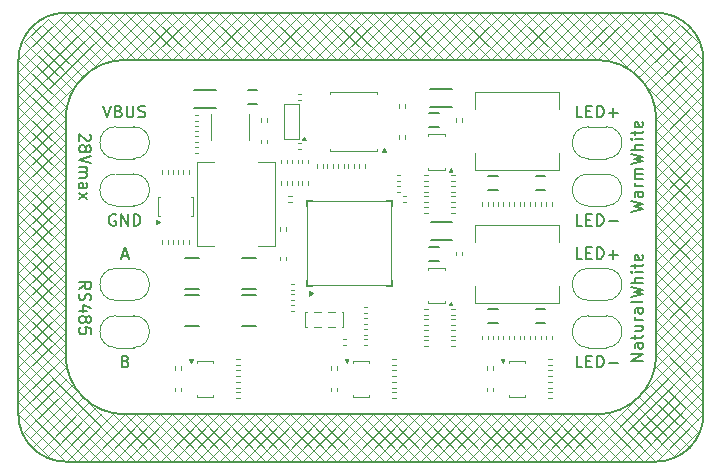
<source format=gbr>
%TF.GenerationSoftware,KiCad,Pcbnew,8.0.1*%
%TF.CreationDate,2024-04-03T15:04:07+02:00*%
%TF.ProjectId,shelfDriver_v1.0,7368656c-6644-4726-9976-65725f76312e,rev?*%
%TF.SameCoordinates,Original*%
%TF.FileFunction,Legend,Top*%
%TF.FilePolarity,Positive*%
%FSLAX46Y46*%
G04 Gerber Fmt 4.6, Leading zero omitted, Abs format (unit mm)*
G04 Created by KiCad (PCBNEW 8.0.1) date 2024-04-03 15:04:07*
%MOMM*%
%LPD*%
G01*
G04 APERTURE LIST*
%ADD10C,0.100000*%
%ADD11C,0.200000*%
%ADD12C,0.120000*%
%ADD13C,0.030000*%
%ADD14C,0.150000*%
G04 APERTURE END LIST*
D10*
X112000000Y-73000000D02*
X116000000Y-77000000D01*
D11*
X115000000Y-109000000D02*
G75*
G02*
X111000000Y-105000000I0J4000000D01*
G01*
D10*
X148000000Y-71000000D02*
X152000000Y-75000000D01*
X127000000Y-71000000D02*
X131000000Y-75000000D01*
X137000000Y-71000000D02*
X141000000Y-75000000D01*
X155000000Y-71000000D02*
X151000000Y-75000000D01*
X164500000Y-102500000D02*
X168500000Y-106500000D01*
X169000000Y-102000000D02*
X162000000Y-109000000D01*
X119000000Y-71000000D02*
X111000000Y-79000000D01*
X111000000Y-94000000D02*
X115000000Y-98000000D01*
X169000000Y-80000000D02*
X165000000Y-84000000D01*
X141000000Y-105000000D02*
X137000000Y-109000000D01*
X137000000Y-105000000D02*
X141000000Y-109000000D01*
X158000000Y-105000000D02*
X154000000Y-109000000D01*
X151000000Y-105000000D02*
X155000000Y-109000000D01*
X147000000Y-105000000D02*
X151000000Y-109000000D01*
X169000000Y-95000000D02*
X165000000Y-99000000D01*
X123000000Y-71000000D02*
X127000000Y-75000000D01*
X168500000Y-73500000D02*
X164500000Y-77500000D01*
X121000000Y-105000000D02*
X125000000Y-109000000D01*
X119000000Y-71000000D02*
X123000000Y-75000000D01*
X161000000Y-71000000D02*
X169000000Y-79000000D01*
X142000000Y-71000000D02*
X146000000Y-75000000D01*
X115000000Y-80000000D02*
X111000000Y-84000000D01*
X111000000Y-97000000D02*
X115000000Y-101000000D01*
X158000000Y-71000000D02*
X169000000Y-82000000D01*
X143000000Y-105000000D02*
X147000000Y-109000000D01*
D11*
X111000000Y-75000000D02*
X111000000Y-105000000D01*
D10*
X111000000Y-90000000D02*
X115000000Y-94000000D01*
X111000000Y-98000000D02*
X122000000Y-109000000D01*
D11*
X120000000Y-75000000D02*
X160000000Y-75000000D01*
D10*
X111000000Y-88000000D02*
X115000000Y-92000000D01*
X156000000Y-71000000D02*
X152000000Y-75000000D01*
X165000000Y-98000000D02*
X169000000Y-102000000D01*
X127000000Y-105000000D02*
X123000000Y-109000000D01*
X111000000Y-93000000D02*
X115000000Y-97000000D01*
X169000000Y-97000000D02*
X165000000Y-101000000D01*
X135000000Y-71000000D02*
X131000000Y-75000000D01*
X118000000Y-105000000D02*
X114500000Y-108500000D01*
X127000000Y-105000000D02*
X131000000Y-109000000D01*
X165000000Y-83000000D02*
X169000000Y-87000000D01*
X136000000Y-105000000D02*
X132000000Y-109000000D01*
X166500000Y-71500000D02*
X162500000Y-75500000D01*
X147000000Y-71000000D02*
X151000000Y-75000000D01*
X150000000Y-71000000D02*
X146000000Y-75000000D01*
X111000000Y-87000000D02*
X115000000Y-91000000D01*
X159000000Y-71000000D02*
X169000000Y-81000000D01*
X143000000Y-71000000D02*
X147000000Y-75000000D01*
X139000000Y-105000000D02*
X135000000Y-109000000D01*
X111000000Y-89000000D02*
X115000000Y-93000000D01*
X149000000Y-71000000D02*
X145000000Y-75000000D01*
X111000000Y-82000000D02*
X115000000Y-86000000D01*
X115000000Y-99000000D02*
X111000000Y-103000000D01*
X165000000Y-95000000D02*
X169000000Y-99000000D01*
X115500000Y-102500000D02*
X111500000Y-106500000D01*
X162000000Y-71000000D02*
X169000000Y-78000000D01*
X140000000Y-71000000D02*
X136000000Y-75000000D01*
X169000000Y-93000000D02*
X165000000Y-97000000D01*
X111000000Y-78000000D02*
X115000000Y-82000000D01*
X152000000Y-105000000D02*
X148000000Y-109000000D01*
X165000000Y-94000000D02*
X169000000Y-98000000D01*
X158000000Y-105000000D02*
X162000000Y-109000000D01*
X115000000Y-100000000D02*
X111000000Y-104000000D01*
X115000000Y-90000000D02*
X111000000Y-94000000D01*
X169000000Y-88000000D02*
X165000000Y-92000000D01*
X149000000Y-105000000D02*
X145000000Y-109000000D01*
X157000000Y-105000000D02*
X153000000Y-109000000D01*
X161000000Y-71000000D02*
X157000000Y-75000000D01*
X165000000Y-71000000D02*
X161000000Y-75000000D01*
X138000000Y-105000000D02*
X142000000Y-109000000D01*
X122000000Y-71000000D02*
X111000000Y-82000000D01*
X169000000Y-83000000D02*
X165000000Y-87000000D01*
X154000000Y-71000000D02*
X158000000Y-75000000D01*
X130000000Y-71000000D02*
X134000000Y-75000000D01*
X120000000Y-71000000D02*
X124000000Y-75000000D01*
X139000000Y-71000000D02*
X143000000Y-75000000D01*
X129000000Y-105000000D02*
X125000000Y-109000000D01*
X169000000Y-82000000D02*
X165000000Y-86000000D01*
X111000000Y-76000000D02*
X115000000Y-80000000D01*
X138000000Y-71000000D02*
X134000000Y-75000000D01*
X145000000Y-105000000D02*
X149000000Y-109000000D01*
D11*
X165000000Y-100000000D02*
G75*
G02*
X160000000Y-105000000I-5000000J0D01*
G01*
D10*
X126000000Y-71000000D02*
X130000000Y-75000000D01*
X169000000Y-91000000D02*
X165000000Y-95000000D01*
X122000000Y-105000000D02*
X118000000Y-109000000D01*
X115000000Y-101000000D02*
X111000000Y-105000000D01*
X165000000Y-80000000D02*
X169000000Y-84000000D01*
X132000000Y-105000000D02*
X136000000Y-109000000D01*
X147000000Y-105000000D02*
X143000000Y-109000000D01*
X117000000Y-71000000D02*
X121000000Y-75000000D01*
X129000000Y-71000000D02*
X133000000Y-75000000D01*
X133000000Y-71000000D02*
X129000000Y-75000000D01*
X128000000Y-105000000D02*
X124000000Y-109000000D01*
X165500000Y-71500000D02*
X162000000Y-75000000D01*
X168500000Y-106500000D02*
X166500000Y-108500000D01*
X151000000Y-105000000D02*
X147000000Y-109000000D01*
X134000000Y-71000000D02*
X138000000Y-75000000D01*
X125000000Y-71000000D02*
X121000000Y-75000000D01*
X162500000Y-104500000D02*
X166500000Y-108500000D01*
X168500000Y-74500000D02*
X165000000Y-78000000D01*
X169000000Y-86000000D02*
X165000000Y-90000000D01*
X169000000Y-105000000D02*
X165000000Y-109000000D01*
X116000000Y-103000000D02*
X112000000Y-107000000D01*
X165000000Y-89000000D02*
X169000000Y-93000000D01*
X111500000Y-74500000D02*
X115000000Y-78000000D01*
X155000000Y-105000000D02*
X151000000Y-109000000D01*
X169000000Y-98000000D02*
X158000000Y-109000000D01*
X116000000Y-71000000D02*
X111000000Y-76000000D01*
X111000000Y-95000000D02*
X115000000Y-99000000D01*
X169000000Y-101000000D02*
X161000000Y-109000000D01*
X165000000Y-100000000D02*
X169000000Y-104000000D01*
X149000000Y-105000000D02*
X153000000Y-109000000D01*
X145000000Y-105000000D02*
X141000000Y-109000000D01*
X140000000Y-105000000D02*
X136000000Y-109000000D01*
X156000000Y-105000000D02*
X152000000Y-109000000D01*
X139000000Y-71000000D02*
X135000000Y-75000000D01*
X169000000Y-100000000D02*
X160000000Y-109000000D01*
X115000000Y-87000000D02*
X111000000Y-91000000D01*
X169000000Y-77000000D02*
X165000000Y-81000000D01*
D11*
X165000000Y-100000000D02*
X165000000Y-80000000D01*
D10*
X117000000Y-104000000D02*
X113000000Y-108000000D01*
X165000000Y-102000000D02*
X168500000Y-105500000D01*
D11*
X120000000Y-105000000D02*
G75*
G02*
X115000000Y-100000000I0J5000000D01*
G01*
D10*
X135000000Y-105000000D02*
X131000000Y-109000000D01*
D11*
X160000000Y-75000000D02*
G75*
G02*
X165000000Y-80000000I0J-5000000D01*
G01*
D10*
X117500000Y-104500000D02*
X113500000Y-108500000D01*
X111000000Y-102000000D02*
X118000000Y-109000000D01*
X111000000Y-103000000D02*
X117000000Y-109000000D01*
X145000000Y-71000000D02*
X149000000Y-75000000D01*
X111000000Y-104000000D02*
X116000000Y-109000000D01*
X125000000Y-71000000D02*
X129000000Y-75000000D01*
X115000000Y-81000000D02*
X111000000Y-85000000D01*
X165000000Y-84000000D02*
X169000000Y-88000000D01*
X146000000Y-71000000D02*
X142000000Y-75000000D01*
X165000000Y-80000000D02*
X165000000Y-100000000D01*
X118000000Y-71000000D02*
X122000000Y-75000000D01*
X154000000Y-71000000D02*
X150000000Y-75000000D01*
X120000000Y-105000000D02*
X124000000Y-109000000D01*
X165000000Y-79000000D02*
X169000000Y-83000000D01*
X111500000Y-73500000D02*
X115500000Y-77500000D01*
X144000000Y-105000000D02*
X140000000Y-109000000D01*
X127000000Y-71000000D02*
X123000000Y-75000000D01*
X157000000Y-105000000D02*
X161000000Y-109000000D01*
X169000000Y-89000000D02*
X165000000Y-93000000D01*
X150000000Y-105000000D02*
X146000000Y-109000000D01*
X140000000Y-105000000D02*
X144000000Y-109000000D01*
X135000000Y-105000000D02*
X139000000Y-109000000D01*
X136000000Y-105000000D02*
X140000000Y-109000000D01*
X131000000Y-71000000D02*
X135000000Y-75000000D01*
X147000000Y-71000000D02*
X143000000Y-75000000D01*
X111000000Y-100000000D02*
X120000000Y-109000000D01*
X163000000Y-71000000D02*
X169000000Y-77000000D01*
X133000000Y-105000000D02*
X137000000Y-109000000D01*
X115000000Y-89000000D02*
X111000000Y-93000000D01*
X111000000Y-101000000D02*
X119000000Y-109000000D01*
D11*
X115000000Y-80000000D02*
G75*
G02*
X120000000Y-75000000I5000000J0D01*
G01*
D10*
X154000000Y-105000000D02*
X158000000Y-109000000D01*
X117000000Y-71000000D02*
X111000000Y-77000000D01*
X145000000Y-71000000D02*
X141000000Y-75000000D01*
X138000000Y-105000000D02*
X134000000Y-109000000D01*
X135000000Y-71000000D02*
X139000000Y-75000000D01*
X140000000Y-71000000D02*
X144000000Y-75000000D01*
X131000000Y-105000000D02*
X135000000Y-109000000D01*
X153000000Y-105000000D02*
X149000000Y-109000000D01*
X126000000Y-71000000D02*
X122000000Y-75000000D01*
X160000000Y-71000000D02*
X156000000Y-75000000D01*
X149000000Y-71000000D02*
X153000000Y-75000000D01*
X134000000Y-105000000D02*
X130000000Y-109000000D01*
X115000000Y-82000000D02*
X111000000Y-86000000D01*
X160000000Y-71000000D02*
X169000000Y-80000000D01*
X111000000Y-77000000D02*
X115000000Y-81000000D01*
X113000000Y-72000000D02*
X117000000Y-76000000D01*
X152000000Y-71000000D02*
X156000000Y-75000000D01*
X169000000Y-81000000D02*
X165000000Y-85000000D01*
X132000000Y-105000000D02*
X128000000Y-109000000D01*
X111500000Y-106500000D02*
X113500000Y-108500000D01*
X111000000Y-81000000D02*
X115000000Y-85000000D01*
X165000000Y-90000000D02*
X169000000Y-94000000D01*
X169000000Y-104000000D02*
X164000000Y-109000000D01*
X165000000Y-87000000D02*
X169000000Y-91000000D01*
X136000000Y-71000000D02*
X132000000Y-75000000D01*
X169000000Y-78000000D02*
X165000000Y-82000000D01*
X115000000Y-83000000D02*
X111000000Y-87000000D01*
X169000000Y-92000000D02*
X165000000Y-96000000D01*
X130000000Y-105000000D02*
X134000000Y-109000000D01*
X134000000Y-105000000D02*
X138000000Y-109000000D01*
X143000000Y-71000000D02*
X139000000Y-75000000D01*
D11*
X115000000Y-109000000D02*
X165000000Y-109000000D01*
D10*
X169000000Y-75000000D02*
X165000000Y-79000000D01*
X129000000Y-105000000D02*
X133000000Y-109000000D01*
X111000000Y-96000000D02*
X115000000Y-100000000D01*
X165000000Y-86000000D02*
X169000000Y-90000000D01*
X139000000Y-105000000D02*
X143000000Y-109000000D01*
X130000000Y-105000000D02*
X126000000Y-109000000D01*
X111000000Y-80000000D02*
X115000000Y-84000000D01*
X125000000Y-105000000D02*
X129000000Y-109000000D01*
X142000000Y-71000000D02*
X138000000Y-75000000D01*
X112171573Y-72171573D02*
X116464466Y-76464466D01*
X164000000Y-103000000D02*
X168000000Y-107000000D01*
X115000000Y-95000000D02*
X111000000Y-99000000D01*
X131000000Y-105000000D02*
X127000000Y-109000000D01*
X115000000Y-85000000D02*
X111000000Y-89000000D01*
D11*
X169000000Y-75000000D02*
X169000000Y-105000000D01*
D10*
X146000000Y-105000000D02*
X150000000Y-109000000D01*
X161000000Y-105000000D02*
X157000000Y-109000000D01*
X150000000Y-105000000D02*
X154000000Y-109000000D01*
X164000000Y-71000000D02*
X169000000Y-76000000D01*
X120000000Y-105000000D02*
G75*
G02*
X115000000Y-100000000I0J5000000D01*
G01*
X154000000Y-105000000D02*
X150000000Y-109000000D01*
X163000000Y-104000000D02*
X167000000Y-108000000D01*
X115000000Y-97000000D02*
X111000000Y-101000000D01*
X115000000Y-93000000D02*
X111000000Y-97000000D01*
X151000000Y-71000000D02*
X147000000Y-75000000D01*
X163535534Y-103535534D02*
X167828427Y-107828427D01*
X111000000Y-79000000D02*
X115000000Y-83000000D01*
X111000000Y-84000000D02*
X115000000Y-88000000D01*
X161000000Y-105000000D02*
X165000000Y-109000000D01*
X116464466Y-103535534D02*
X112171573Y-107828427D01*
X165000000Y-91000000D02*
X169000000Y-95000000D01*
X115000000Y-79000000D02*
X111000000Y-83000000D01*
X144000000Y-71000000D02*
X140000000Y-75000000D01*
X132000000Y-71000000D02*
X136000000Y-75000000D01*
X168000000Y-73000000D02*
X164000000Y-77000000D01*
X115000000Y-94000000D02*
X111000000Y-98000000D01*
X128000000Y-71000000D02*
X132000000Y-75000000D01*
X111000000Y-83000000D02*
X115000000Y-87000000D01*
X165000000Y-96000000D02*
X169000000Y-100000000D01*
X115000000Y-92000000D02*
X111000000Y-96000000D01*
X146000000Y-71000000D02*
X150000000Y-75000000D01*
X153000000Y-71000000D02*
X157000000Y-75000000D01*
X165000000Y-92000000D02*
X169000000Y-96000000D01*
X148000000Y-105000000D02*
X144000000Y-109000000D01*
X157000000Y-71000000D02*
X161000000Y-75000000D01*
X144000000Y-105000000D02*
X148000000Y-109000000D01*
X115000000Y-96000000D02*
X111000000Y-100000000D01*
X125000000Y-105000000D02*
X121000000Y-109000000D01*
X165000000Y-82000000D02*
X169000000Y-86000000D01*
X115000000Y-102000000D02*
X111500000Y-105500000D01*
X163000000Y-71000000D02*
X159000000Y-75000000D01*
X119000000Y-105000000D02*
X123000000Y-109000000D01*
D11*
X115000000Y-100000000D02*
X115000000Y-80000000D01*
X169000000Y-105000000D02*
G75*
G02*
X165000000Y-109000000I-4000000J0D01*
G01*
D10*
X165000000Y-97000000D02*
X169000000Y-101000000D01*
X131000000Y-71000000D02*
X127000000Y-75000000D01*
X137000000Y-71000000D02*
X133000000Y-75000000D01*
X143000000Y-105000000D02*
X139000000Y-109000000D01*
X124000000Y-71000000D02*
X120000000Y-75000000D01*
X122000000Y-105000000D02*
X126000000Y-109000000D01*
X156000000Y-71000000D02*
X160000000Y-75000000D01*
X160000000Y-105000000D02*
X156000000Y-109000000D01*
X165000000Y-101000000D02*
X169000000Y-105000000D01*
X118000000Y-71000000D02*
X111000000Y-78000000D01*
D11*
X165000000Y-71000000D02*
G75*
G02*
X169000000Y-75000000I0J-4000000D01*
G01*
D10*
X111000000Y-75000000D02*
X115000000Y-79000000D01*
X144000000Y-71000000D02*
X148000000Y-75000000D01*
X115000000Y-88000000D02*
X111000000Y-92000000D01*
X119000000Y-105000000D02*
X115000000Y-109000000D01*
X153000000Y-105000000D02*
X157000000Y-109000000D01*
X158000000Y-71000000D02*
X154000000Y-75000000D01*
X115000000Y-98000000D02*
X111000000Y-102000000D01*
X141000000Y-71000000D02*
X145000000Y-75000000D01*
X156000000Y-105000000D02*
X160000000Y-109000000D01*
X141000000Y-105000000D02*
X145000000Y-109000000D01*
X167000000Y-72000000D02*
X163000000Y-76000000D01*
X169000000Y-99000000D02*
X159000000Y-109000000D01*
X136000000Y-71000000D02*
X140000000Y-75000000D01*
X114500000Y-71500000D02*
X118000000Y-75000000D01*
X169000000Y-84000000D02*
X165000000Y-88000000D01*
X111000000Y-86000000D02*
X115000000Y-90000000D01*
X115000000Y-84000000D02*
X111000000Y-88000000D01*
X130000000Y-71000000D02*
X126000000Y-75000000D01*
X120000000Y-105000000D02*
X116000000Y-109000000D01*
X115000000Y-86000000D02*
X111000000Y-90000000D01*
X111000000Y-105000000D02*
X115000000Y-109000000D01*
X146000000Y-105000000D02*
X142000000Y-109000000D01*
X128000000Y-105000000D02*
X132000000Y-109000000D01*
X121000000Y-105000000D02*
X117000000Y-109000000D01*
X148000000Y-71000000D02*
X144000000Y-75000000D01*
X159000000Y-71000000D02*
X155000000Y-75000000D01*
X115000000Y-71000000D02*
X111000000Y-75000000D01*
X152000000Y-105000000D02*
X156000000Y-109000000D01*
X162000000Y-105000000D02*
X165500000Y-108500000D01*
X123000000Y-105000000D02*
X127000000Y-109000000D01*
X115000000Y-91000000D02*
X111000000Y-95000000D01*
X132000000Y-71000000D02*
X128000000Y-75000000D01*
X152000000Y-71000000D02*
X148000000Y-75000000D01*
X169000000Y-103000000D02*
X163000000Y-109000000D01*
X169000000Y-87000000D02*
X165000000Y-91000000D01*
X113500000Y-71500000D02*
X111500000Y-73500000D01*
X169000000Y-76000000D02*
X165000000Y-80000000D01*
X150000000Y-71000000D02*
X154000000Y-75000000D01*
X116000000Y-71000000D02*
X120000000Y-75000000D01*
X155000000Y-71000000D02*
X159000000Y-75000000D01*
X159000000Y-105000000D02*
X163000000Y-109000000D01*
D11*
X160000000Y-105000000D02*
X120000000Y-105000000D01*
D10*
X165000000Y-85000000D02*
X169000000Y-89000000D01*
X165000000Y-99000000D02*
X169000000Y-103000000D01*
X129000000Y-71000000D02*
X125000000Y-75000000D01*
X142000000Y-105000000D02*
X138000000Y-109000000D01*
X115000000Y-71000000D02*
X119000000Y-75000000D01*
X123000000Y-105000000D02*
X119000000Y-109000000D01*
X121000000Y-71000000D02*
X111000000Y-81000000D01*
X169000000Y-94000000D02*
X165000000Y-98000000D01*
X124000000Y-105000000D02*
X128000000Y-109000000D01*
X166500000Y-71500000D02*
X168500000Y-73500000D01*
X153000000Y-71000000D02*
X149000000Y-75000000D01*
X111000000Y-91000000D02*
X115000000Y-95000000D01*
X162000000Y-71000000D02*
X158000000Y-75000000D01*
X134000000Y-71000000D02*
X130000000Y-75000000D01*
X124000000Y-105000000D02*
X120000000Y-109000000D01*
X159000000Y-105000000D02*
X155000000Y-109000000D01*
X124000000Y-71000000D02*
X128000000Y-75000000D01*
X138000000Y-71000000D02*
X142000000Y-75000000D01*
X165000000Y-81000000D02*
X169000000Y-85000000D01*
X148000000Y-105000000D02*
X152000000Y-109000000D01*
X137000000Y-105000000D02*
X133000000Y-109000000D01*
X120000000Y-71000000D02*
X111000000Y-80000000D01*
X169000000Y-79000000D02*
X165000000Y-83000000D01*
X133000000Y-105000000D02*
X129000000Y-109000000D01*
X133000000Y-71000000D02*
X137000000Y-75000000D01*
X165000000Y-71000000D02*
X169000000Y-75000000D01*
X169000000Y-90000000D02*
X165000000Y-94000000D01*
X157000000Y-71000000D02*
X153000000Y-75000000D01*
X164000000Y-71000000D02*
X160000000Y-75000000D01*
X111000000Y-85000000D02*
X115000000Y-89000000D01*
X141000000Y-71000000D02*
X137000000Y-75000000D01*
X126000000Y-105000000D02*
X122000000Y-109000000D01*
X165000000Y-88000000D02*
X169000000Y-92000000D01*
X122000000Y-71000000D02*
X126000000Y-75000000D01*
X151000000Y-71000000D02*
X155000000Y-75000000D01*
D11*
X111000000Y-75000000D02*
G75*
G02*
X115000000Y-71000000I4000000J0D01*
G01*
D10*
X142000000Y-105000000D02*
X146000000Y-109000000D01*
X111000000Y-92000000D02*
X115000000Y-96000000D01*
D11*
X165000000Y-71000000D02*
X115000000Y-71000000D01*
D10*
X169000000Y-85000000D02*
X165000000Y-89000000D01*
X128000000Y-71000000D02*
X124000000Y-75000000D01*
X126000000Y-105000000D02*
X130000000Y-109000000D01*
X160000000Y-105000000D02*
X164000000Y-109000000D01*
X113500000Y-71500000D02*
X117500000Y-75500000D01*
X121000000Y-71000000D02*
X125000000Y-75000000D01*
X123000000Y-71000000D02*
X119000000Y-75000000D01*
X169000000Y-96000000D02*
X165000000Y-100000000D01*
X155000000Y-105000000D02*
X159000000Y-109000000D01*
X165000000Y-93000000D02*
X169000000Y-97000000D01*
X167828427Y-72171573D02*
X163535534Y-76464466D01*
X111000000Y-99000000D02*
X121000000Y-109000000D01*
D11*
X118166667Y-78867219D02*
X118500000Y-79867219D01*
X118500000Y-79867219D02*
X118833333Y-78867219D01*
X119500000Y-79343409D02*
X119642857Y-79391028D01*
X119642857Y-79391028D02*
X119690476Y-79438647D01*
X119690476Y-79438647D02*
X119738095Y-79533885D01*
X119738095Y-79533885D02*
X119738095Y-79676742D01*
X119738095Y-79676742D02*
X119690476Y-79771980D01*
X119690476Y-79771980D02*
X119642857Y-79819600D01*
X119642857Y-79819600D02*
X119547619Y-79867219D01*
X119547619Y-79867219D02*
X119166667Y-79867219D01*
X119166667Y-79867219D02*
X119166667Y-78867219D01*
X119166667Y-78867219D02*
X119500000Y-78867219D01*
X119500000Y-78867219D02*
X119595238Y-78914838D01*
X119595238Y-78914838D02*
X119642857Y-78962457D01*
X119642857Y-78962457D02*
X119690476Y-79057695D01*
X119690476Y-79057695D02*
X119690476Y-79152933D01*
X119690476Y-79152933D02*
X119642857Y-79248171D01*
X119642857Y-79248171D02*
X119595238Y-79295790D01*
X119595238Y-79295790D02*
X119500000Y-79343409D01*
X119500000Y-79343409D02*
X119166667Y-79343409D01*
X120166667Y-78867219D02*
X120166667Y-79676742D01*
X120166667Y-79676742D02*
X120214286Y-79771980D01*
X120214286Y-79771980D02*
X120261905Y-79819600D01*
X120261905Y-79819600D02*
X120357143Y-79867219D01*
X120357143Y-79867219D02*
X120547619Y-79867219D01*
X120547619Y-79867219D02*
X120642857Y-79819600D01*
X120642857Y-79819600D02*
X120690476Y-79771980D01*
X120690476Y-79771980D02*
X120738095Y-79676742D01*
X120738095Y-79676742D02*
X120738095Y-78867219D01*
X121166667Y-79819600D02*
X121309524Y-79867219D01*
X121309524Y-79867219D02*
X121547619Y-79867219D01*
X121547619Y-79867219D02*
X121642857Y-79819600D01*
X121642857Y-79819600D02*
X121690476Y-79771980D01*
X121690476Y-79771980D02*
X121738095Y-79676742D01*
X121738095Y-79676742D02*
X121738095Y-79581504D01*
X121738095Y-79581504D02*
X121690476Y-79486266D01*
X121690476Y-79486266D02*
X121642857Y-79438647D01*
X121642857Y-79438647D02*
X121547619Y-79391028D01*
X121547619Y-79391028D02*
X121357143Y-79343409D01*
X121357143Y-79343409D02*
X121261905Y-79295790D01*
X121261905Y-79295790D02*
X121214286Y-79248171D01*
X121214286Y-79248171D02*
X121166667Y-79152933D01*
X121166667Y-79152933D02*
X121166667Y-79057695D01*
X121166667Y-79057695D02*
X121214286Y-78962457D01*
X121214286Y-78962457D02*
X121261905Y-78914838D01*
X121261905Y-78914838D02*
X121357143Y-78867219D01*
X121357143Y-78867219D02*
X121595238Y-78867219D01*
X121595238Y-78867219D02*
X121738095Y-78914838D01*
X119761905Y-91581504D02*
X120238095Y-91581504D01*
X119666667Y-91867219D02*
X120000000Y-90867219D01*
X120000000Y-90867219D02*
X120333333Y-91867219D01*
X158738095Y-79867219D02*
X158261905Y-79867219D01*
X158261905Y-79867219D02*
X158261905Y-78867219D01*
X159071429Y-79343409D02*
X159404762Y-79343409D01*
X159547619Y-79867219D02*
X159071429Y-79867219D01*
X159071429Y-79867219D02*
X159071429Y-78867219D01*
X159071429Y-78867219D02*
X159547619Y-78867219D01*
X159976191Y-79867219D02*
X159976191Y-78867219D01*
X159976191Y-78867219D02*
X160214286Y-78867219D01*
X160214286Y-78867219D02*
X160357143Y-78914838D01*
X160357143Y-78914838D02*
X160452381Y-79010076D01*
X160452381Y-79010076D02*
X160500000Y-79105314D01*
X160500000Y-79105314D02*
X160547619Y-79295790D01*
X160547619Y-79295790D02*
X160547619Y-79438647D01*
X160547619Y-79438647D02*
X160500000Y-79629123D01*
X160500000Y-79629123D02*
X160452381Y-79724361D01*
X160452381Y-79724361D02*
X160357143Y-79819600D01*
X160357143Y-79819600D02*
X160214286Y-79867219D01*
X160214286Y-79867219D02*
X159976191Y-79867219D01*
X160976191Y-79486266D02*
X161738096Y-79486266D01*
X161357143Y-79867219D02*
X161357143Y-79105314D01*
X158738095Y-91867219D02*
X158261905Y-91867219D01*
X158261905Y-91867219D02*
X158261905Y-90867219D01*
X159071429Y-91343409D02*
X159404762Y-91343409D01*
X159547619Y-91867219D02*
X159071429Y-91867219D01*
X159071429Y-91867219D02*
X159071429Y-90867219D01*
X159071429Y-90867219D02*
X159547619Y-90867219D01*
X159976191Y-91867219D02*
X159976191Y-90867219D01*
X159976191Y-90867219D02*
X160214286Y-90867219D01*
X160214286Y-90867219D02*
X160357143Y-90914838D01*
X160357143Y-90914838D02*
X160452381Y-91010076D01*
X160452381Y-91010076D02*
X160500000Y-91105314D01*
X160500000Y-91105314D02*
X160547619Y-91295790D01*
X160547619Y-91295790D02*
X160547619Y-91438647D01*
X160547619Y-91438647D02*
X160500000Y-91629123D01*
X160500000Y-91629123D02*
X160452381Y-91724361D01*
X160452381Y-91724361D02*
X160357143Y-91819600D01*
X160357143Y-91819600D02*
X160214286Y-91867219D01*
X160214286Y-91867219D02*
X159976191Y-91867219D01*
X160976191Y-91486266D02*
X161738096Y-91486266D01*
X161357143Y-91867219D02*
X161357143Y-91105314D01*
X162867219Y-87833332D02*
X163867219Y-87595237D01*
X163867219Y-87595237D02*
X163152933Y-87404761D01*
X163152933Y-87404761D02*
X163867219Y-87214285D01*
X163867219Y-87214285D02*
X162867219Y-86976190D01*
X163867219Y-86166666D02*
X163343409Y-86166666D01*
X163343409Y-86166666D02*
X163248171Y-86214285D01*
X163248171Y-86214285D02*
X163200552Y-86309523D01*
X163200552Y-86309523D02*
X163200552Y-86499999D01*
X163200552Y-86499999D02*
X163248171Y-86595237D01*
X163819600Y-86166666D02*
X163867219Y-86261904D01*
X163867219Y-86261904D02*
X163867219Y-86499999D01*
X163867219Y-86499999D02*
X163819600Y-86595237D01*
X163819600Y-86595237D02*
X163724361Y-86642856D01*
X163724361Y-86642856D02*
X163629123Y-86642856D01*
X163629123Y-86642856D02*
X163533885Y-86595237D01*
X163533885Y-86595237D02*
X163486266Y-86499999D01*
X163486266Y-86499999D02*
X163486266Y-86261904D01*
X163486266Y-86261904D02*
X163438647Y-86166666D01*
X163867219Y-85690475D02*
X163200552Y-85690475D01*
X163391028Y-85690475D02*
X163295790Y-85642856D01*
X163295790Y-85642856D02*
X163248171Y-85595237D01*
X163248171Y-85595237D02*
X163200552Y-85499999D01*
X163200552Y-85499999D02*
X163200552Y-85404761D01*
X163867219Y-85071427D02*
X163200552Y-85071427D01*
X163295790Y-85071427D02*
X163248171Y-85023808D01*
X163248171Y-85023808D02*
X163200552Y-84928570D01*
X163200552Y-84928570D02*
X163200552Y-84785713D01*
X163200552Y-84785713D02*
X163248171Y-84690475D01*
X163248171Y-84690475D02*
X163343409Y-84642856D01*
X163343409Y-84642856D02*
X163867219Y-84642856D01*
X163343409Y-84642856D02*
X163248171Y-84595237D01*
X163248171Y-84595237D02*
X163200552Y-84499999D01*
X163200552Y-84499999D02*
X163200552Y-84357142D01*
X163200552Y-84357142D02*
X163248171Y-84261903D01*
X163248171Y-84261903D02*
X163343409Y-84214284D01*
X163343409Y-84214284D02*
X163867219Y-84214284D01*
X162867219Y-83833332D02*
X163867219Y-83595237D01*
X163867219Y-83595237D02*
X163152933Y-83404761D01*
X163152933Y-83404761D02*
X163867219Y-83214285D01*
X163867219Y-83214285D02*
X162867219Y-82976190D01*
X163867219Y-82595237D02*
X162867219Y-82595237D01*
X163867219Y-82166666D02*
X163343409Y-82166666D01*
X163343409Y-82166666D02*
X163248171Y-82214285D01*
X163248171Y-82214285D02*
X163200552Y-82309523D01*
X163200552Y-82309523D02*
X163200552Y-82452380D01*
X163200552Y-82452380D02*
X163248171Y-82547618D01*
X163248171Y-82547618D02*
X163295790Y-82595237D01*
X163867219Y-81690475D02*
X163200552Y-81690475D01*
X162867219Y-81690475D02*
X162914838Y-81738094D01*
X162914838Y-81738094D02*
X162962457Y-81690475D01*
X162962457Y-81690475D02*
X162914838Y-81642856D01*
X162914838Y-81642856D02*
X162867219Y-81690475D01*
X162867219Y-81690475D02*
X162962457Y-81690475D01*
X163200552Y-81357142D02*
X163200552Y-80976190D01*
X162867219Y-81214285D02*
X163724361Y-81214285D01*
X163724361Y-81214285D02*
X163819600Y-81166666D01*
X163819600Y-81166666D02*
X163867219Y-81071428D01*
X163867219Y-81071428D02*
X163867219Y-80976190D01*
X163819600Y-80261904D02*
X163867219Y-80357142D01*
X163867219Y-80357142D02*
X163867219Y-80547618D01*
X163867219Y-80547618D02*
X163819600Y-80642856D01*
X163819600Y-80642856D02*
X163724361Y-80690475D01*
X163724361Y-80690475D02*
X163343409Y-80690475D01*
X163343409Y-80690475D02*
X163248171Y-80642856D01*
X163248171Y-80642856D02*
X163200552Y-80547618D01*
X163200552Y-80547618D02*
X163200552Y-80357142D01*
X163200552Y-80357142D02*
X163248171Y-80261904D01*
X163248171Y-80261904D02*
X163343409Y-80214285D01*
X163343409Y-80214285D02*
X163438647Y-80214285D01*
X163438647Y-80214285D02*
X163533885Y-80690475D01*
X163867219Y-100476190D02*
X162867219Y-100476190D01*
X162867219Y-100476190D02*
X163867219Y-99904762D01*
X163867219Y-99904762D02*
X162867219Y-99904762D01*
X163867219Y-99000000D02*
X163343409Y-99000000D01*
X163343409Y-99000000D02*
X163248171Y-99047619D01*
X163248171Y-99047619D02*
X163200552Y-99142857D01*
X163200552Y-99142857D02*
X163200552Y-99333333D01*
X163200552Y-99333333D02*
X163248171Y-99428571D01*
X163819600Y-99000000D02*
X163867219Y-99095238D01*
X163867219Y-99095238D02*
X163867219Y-99333333D01*
X163867219Y-99333333D02*
X163819600Y-99428571D01*
X163819600Y-99428571D02*
X163724361Y-99476190D01*
X163724361Y-99476190D02*
X163629123Y-99476190D01*
X163629123Y-99476190D02*
X163533885Y-99428571D01*
X163533885Y-99428571D02*
X163486266Y-99333333D01*
X163486266Y-99333333D02*
X163486266Y-99095238D01*
X163486266Y-99095238D02*
X163438647Y-99000000D01*
X163200552Y-98666666D02*
X163200552Y-98285714D01*
X162867219Y-98523809D02*
X163724361Y-98523809D01*
X163724361Y-98523809D02*
X163819600Y-98476190D01*
X163819600Y-98476190D02*
X163867219Y-98380952D01*
X163867219Y-98380952D02*
X163867219Y-98285714D01*
X163200552Y-97523809D02*
X163867219Y-97523809D01*
X163200552Y-97952380D02*
X163724361Y-97952380D01*
X163724361Y-97952380D02*
X163819600Y-97904761D01*
X163819600Y-97904761D02*
X163867219Y-97809523D01*
X163867219Y-97809523D02*
X163867219Y-97666666D01*
X163867219Y-97666666D02*
X163819600Y-97571428D01*
X163819600Y-97571428D02*
X163771980Y-97523809D01*
X163867219Y-97047618D02*
X163200552Y-97047618D01*
X163391028Y-97047618D02*
X163295790Y-96999999D01*
X163295790Y-96999999D02*
X163248171Y-96952380D01*
X163248171Y-96952380D02*
X163200552Y-96857142D01*
X163200552Y-96857142D02*
X163200552Y-96761904D01*
X163867219Y-95999999D02*
X163343409Y-95999999D01*
X163343409Y-95999999D02*
X163248171Y-96047618D01*
X163248171Y-96047618D02*
X163200552Y-96142856D01*
X163200552Y-96142856D02*
X163200552Y-96333332D01*
X163200552Y-96333332D02*
X163248171Y-96428570D01*
X163819600Y-95999999D02*
X163867219Y-96095237D01*
X163867219Y-96095237D02*
X163867219Y-96333332D01*
X163867219Y-96333332D02*
X163819600Y-96428570D01*
X163819600Y-96428570D02*
X163724361Y-96476189D01*
X163724361Y-96476189D02*
X163629123Y-96476189D01*
X163629123Y-96476189D02*
X163533885Y-96428570D01*
X163533885Y-96428570D02*
X163486266Y-96333332D01*
X163486266Y-96333332D02*
X163486266Y-96095237D01*
X163486266Y-96095237D02*
X163438647Y-95999999D01*
X163867219Y-95380951D02*
X163819600Y-95476189D01*
X163819600Y-95476189D02*
X163724361Y-95523808D01*
X163724361Y-95523808D02*
X162867219Y-95523808D01*
X162867219Y-95095236D02*
X163867219Y-94857141D01*
X163867219Y-94857141D02*
X163152933Y-94666665D01*
X163152933Y-94666665D02*
X163867219Y-94476189D01*
X163867219Y-94476189D02*
X162867219Y-94238094D01*
X163867219Y-93857141D02*
X162867219Y-93857141D01*
X163867219Y-93428570D02*
X163343409Y-93428570D01*
X163343409Y-93428570D02*
X163248171Y-93476189D01*
X163248171Y-93476189D02*
X163200552Y-93571427D01*
X163200552Y-93571427D02*
X163200552Y-93714284D01*
X163200552Y-93714284D02*
X163248171Y-93809522D01*
X163248171Y-93809522D02*
X163295790Y-93857141D01*
X163867219Y-92952379D02*
X163200552Y-92952379D01*
X162867219Y-92952379D02*
X162914838Y-92999998D01*
X162914838Y-92999998D02*
X162962457Y-92952379D01*
X162962457Y-92952379D02*
X162914838Y-92904760D01*
X162914838Y-92904760D02*
X162867219Y-92952379D01*
X162867219Y-92952379D02*
X162962457Y-92952379D01*
X163200552Y-92619046D02*
X163200552Y-92238094D01*
X162867219Y-92476189D02*
X163724361Y-92476189D01*
X163724361Y-92476189D02*
X163819600Y-92428570D01*
X163819600Y-92428570D02*
X163867219Y-92333332D01*
X163867219Y-92333332D02*
X163867219Y-92238094D01*
X163819600Y-91523808D02*
X163867219Y-91619046D01*
X163867219Y-91619046D02*
X163867219Y-91809522D01*
X163867219Y-91809522D02*
X163819600Y-91904760D01*
X163819600Y-91904760D02*
X163724361Y-91952379D01*
X163724361Y-91952379D02*
X163343409Y-91952379D01*
X163343409Y-91952379D02*
X163248171Y-91904760D01*
X163248171Y-91904760D02*
X163200552Y-91809522D01*
X163200552Y-91809522D02*
X163200552Y-91619046D01*
X163200552Y-91619046D02*
X163248171Y-91523808D01*
X163248171Y-91523808D02*
X163343409Y-91476189D01*
X163343409Y-91476189D02*
X163438647Y-91476189D01*
X163438647Y-91476189D02*
X163533885Y-91952379D01*
X116132780Y-94404761D02*
X116608971Y-94071428D01*
X116132780Y-93833333D02*
X117132780Y-93833333D01*
X117132780Y-93833333D02*
X117132780Y-94214285D01*
X117132780Y-94214285D02*
X117085161Y-94309523D01*
X117085161Y-94309523D02*
X117037542Y-94357142D01*
X117037542Y-94357142D02*
X116942304Y-94404761D01*
X116942304Y-94404761D02*
X116799447Y-94404761D01*
X116799447Y-94404761D02*
X116704209Y-94357142D01*
X116704209Y-94357142D02*
X116656590Y-94309523D01*
X116656590Y-94309523D02*
X116608971Y-94214285D01*
X116608971Y-94214285D02*
X116608971Y-93833333D01*
X116180400Y-94785714D02*
X116132780Y-94928571D01*
X116132780Y-94928571D02*
X116132780Y-95166666D01*
X116132780Y-95166666D02*
X116180400Y-95261904D01*
X116180400Y-95261904D02*
X116228019Y-95309523D01*
X116228019Y-95309523D02*
X116323257Y-95357142D01*
X116323257Y-95357142D02*
X116418495Y-95357142D01*
X116418495Y-95357142D02*
X116513733Y-95309523D01*
X116513733Y-95309523D02*
X116561352Y-95261904D01*
X116561352Y-95261904D02*
X116608971Y-95166666D01*
X116608971Y-95166666D02*
X116656590Y-94976190D01*
X116656590Y-94976190D02*
X116704209Y-94880952D01*
X116704209Y-94880952D02*
X116751828Y-94833333D01*
X116751828Y-94833333D02*
X116847066Y-94785714D01*
X116847066Y-94785714D02*
X116942304Y-94785714D01*
X116942304Y-94785714D02*
X117037542Y-94833333D01*
X117037542Y-94833333D02*
X117085161Y-94880952D01*
X117085161Y-94880952D02*
X117132780Y-94976190D01*
X117132780Y-94976190D02*
X117132780Y-95214285D01*
X117132780Y-95214285D02*
X117085161Y-95357142D01*
X116799447Y-96214285D02*
X116132780Y-96214285D01*
X117180400Y-95976190D02*
X116466114Y-95738095D01*
X116466114Y-95738095D02*
X116466114Y-96357142D01*
X116704209Y-96880952D02*
X116751828Y-96785714D01*
X116751828Y-96785714D02*
X116799447Y-96738095D01*
X116799447Y-96738095D02*
X116894685Y-96690476D01*
X116894685Y-96690476D02*
X116942304Y-96690476D01*
X116942304Y-96690476D02*
X117037542Y-96738095D01*
X117037542Y-96738095D02*
X117085161Y-96785714D01*
X117085161Y-96785714D02*
X117132780Y-96880952D01*
X117132780Y-96880952D02*
X117132780Y-97071428D01*
X117132780Y-97071428D02*
X117085161Y-97166666D01*
X117085161Y-97166666D02*
X117037542Y-97214285D01*
X117037542Y-97214285D02*
X116942304Y-97261904D01*
X116942304Y-97261904D02*
X116894685Y-97261904D01*
X116894685Y-97261904D02*
X116799447Y-97214285D01*
X116799447Y-97214285D02*
X116751828Y-97166666D01*
X116751828Y-97166666D02*
X116704209Y-97071428D01*
X116704209Y-97071428D02*
X116704209Y-96880952D01*
X116704209Y-96880952D02*
X116656590Y-96785714D01*
X116656590Y-96785714D02*
X116608971Y-96738095D01*
X116608971Y-96738095D02*
X116513733Y-96690476D01*
X116513733Y-96690476D02*
X116323257Y-96690476D01*
X116323257Y-96690476D02*
X116228019Y-96738095D01*
X116228019Y-96738095D02*
X116180400Y-96785714D01*
X116180400Y-96785714D02*
X116132780Y-96880952D01*
X116132780Y-96880952D02*
X116132780Y-97071428D01*
X116132780Y-97071428D02*
X116180400Y-97166666D01*
X116180400Y-97166666D02*
X116228019Y-97214285D01*
X116228019Y-97214285D02*
X116323257Y-97261904D01*
X116323257Y-97261904D02*
X116513733Y-97261904D01*
X116513733Y-97261904D02*
X116608971Y-97214285D01*
X116608971Y-97214285D02*
X116656590Y-97166666D01*
X116656590Y-97166666D02*
X116704209Y-97071428D01*
X117132780Y-98166666D02*
X117132780Y-97690476D01*
X117132780Y-97690476D02*
X116656590Y-97642857D01*
X116656590Y-97642857D02*
X116704209Y-97690476D01*
X116704209Y-97690476D02*
X116751828Y-97785714D01*
X116751828Y-97785714D02*
X116751828Y-98023809D01*
X116751828Y-98023809D02*
X116704209Y-98119047D01*
X116704209Y-98119047D02*
X116656590Y-98166666D01*
X116656590Y-98166666D02*
X116561352Y-98214285D01*
X116561352Y-98214285D02*
X116323257Y-98214285D01*
X116323257Y-98214285D02*
X116228019Y-98166666D01*
X116228019Y-98166666D02*
X116180400Y-98119047D01*
X116180400Y-98119047D02*
X116132780Y-98023809D01*
X116132780Y-98023809D02*
X116132780Y-97785714D01*
X116132780Y-97785714D02*
X116180400Y-97690476D01*
X116180400Y-97690476D02*
X116228019Y-97642857D01*
X158738095Y-101037219D02*
X158261905Y-101037219D01*
X158261905Y-101037219D02*
X158261905Y-100037219D01*
X159071429Y-100513409D02*
X159404762Y-100513409D01*
X159547619Y-101037219D02*
X159071429Y-101037219D01*
X159071429Y-101037219D02*
X159071429Y-100037219D01*
X159071429Y-100037219D02*
X159547619Y-100037219D01*
X159976191Y-101037219D02*
X159976191Y-100037219D01*
X159976191Y-100037219D02*
X160214286Y-100037219D01*
X160214286Y-100037219D02*
X160357143Y-100084838D01*
X160357143Y-100084838D02*
X160452381Y-100180076D01*
X160452381Y-100180076D02*
X160500000Y-100275314D01*
X160500000Y-100275314D02*
X160547619Y-100465790D01*
X160547619Y-100465790D02*
X160547619Y-100608647D01*
X160547619Y-100608647D02*
X160500000Y-100799123D01*
X160500000Y-100799123D02*
X160452381Y-100894361D01*
X160452381Y-100894361D02*
X160357143Y-100989600D01*
X160357143Y-100989600D02*
X160214286Y-101037219D01*
X160214286Y-101037219D02*
X159976191Y-101037219D01*
X160976191Y-100656266D02*
X161738096Y-100656266D01*
X117037542Y-81285714D02*
X117085161Y-81333333D01*
X117085161Y-81333333D02*
X117132780Y-81428571D01*
X117132780Y-81428571D02*
X117132780Y-81666666D01*
X117132780Y-81666666D02*
X117085161Y-81761904D01*
X117085161Y-81761904D02*
X117037542Y-81809523D01*
X117037542Y-81809523D02*
X116942304Y-81857142D01*
X116942304Y-81857142D02*
X116847066Y-81857142D01*
X116847066Y-81857142D02*
X116704209Y-81809523D01*
X116704209Y-81809523D02*
X116132780Y-81238095D01*
X116132780Y-81238095D02*
X116132780Y-81857142D01*
X116704209Y-82428571D02*
X116751828Y-82333333D01*
X116751828Y-82333333D02*
X116799447Y-82285714D01*
X116799447Y-82285714D02*
X116894685Y-82238095D01*
X116894685Y-82238095D02*
X116942304Y-82238095D01*
X116942304Y-82238095D02*
X117037542Y-82285714D01*
X117037542Y-82285714D02*
X117085161Y-82333333D01*
X117085161Y-82333333D02*
X117132780Y-82428571D01*
X117132780Y-82428571D02*
X117132780Y-82619047D01*
X117132780Y-82619047D02*
X117085161Y-82714285D01*
X117085161Y-82714285D02*
X117037542Y-82761904D01*
X117037542Y-82761904D02*
X116942304Y-82809523D01*
X116942304Y-82809523D02*
X116894685Y-82809523D01*
X116894685Y-82809523D02*
X116799447Y-82761904D01*
X116799447Y-82761904D02*
X116751828Y-82714285D01*
X116751828Y-82714285D02*
X116704209Y-82619047D01*
X116704209Y-82619047D02*
X116704209Y-82428571D01*
X116704209Y-82428571D02*
X116656590Y-82333333D01*
X116656590Y-82333333D02*
X116608971Y-82285714D01*
X116608971Y-82285714D02*
X116513733Y-82238095D01*
X116513733Y-82238095D02*
X116323257Y-82238095D01*
X116323257Y-82238095D02*
X116228019Y-82285714D01*
X116228019Y-82285714D02*
X116180400Y-82333333D01*
X116180400Y-82333333D02*
X116132780Y-82428571D01*
X116132780Y-82428571D02*
X116132780Y-82619047D01*
X116132780Y-82619047D02*
X116180400Y-82714285D01*
X116180400Y-82714285D02*
X116228019Y-82761904D01*
X116228019Y-82761904D02*
X116323257Y-82809523D01*
X116323257Y-82809523D02*
X116513733Y-82809523D01*
X116513733Y-82809523D02*
X116608971Y-82761904D01*
X116608971Y-82761904D02*
X116656590Y-82714285D01*
X116656590Y-82714285D02*
X116704209Y-82619047D01*
X117132780Y-83095238D02*
X116132780Y-83428571D01*
X116132780Y-83428571D02*
X117132780Y-83761904D01*
X116132780Y-84095238D02*
X116799447Y-84095238D01*
X116704209Y-84095238D02*
X116751828Y-84142857D01*
X116751828Y-84142857D02*
X116799447Y-84238095D01*
X116799447Y-84238095D02*
X116799447Y-84380952D01*
X116799447Y-84380952D02*
X116751828Y-84476190D01*
X116751828Y-84476190D02*
X116656590Y-84523809D01*
X116656590Y-84523809D02*
X116132780Y-84523809D01*
X116656590Y-84523809D02*
X116751828Y-84571428D01*
X116751828Y-84571428D02*
X116799447Y-84666666D01*
X116799447Y-84666666D02*
X116799447Y-84809523D01*
X116799447Y-84809523D02*
X116751828Y-84904762D01*
X116751828Y-84904762D02*
X116656590Y-84952381D01*
X116656590Y-84952381D02*
X116132780Y-84952381D01*
X116132780Y-85857142D02*
X116656590Y-85857142D01*
X116656590Y-85857142D02*
X116751828Y-85809523D01*
X116751828Y-85809523D02*
X116799447Y-85714285D01*
X116799447Y-85714285D02*
X116799447Y-85523809D01*
X116799447Y-85523809D02*
X116751828Y-85428571D01*
X116180400Y-85857142D02*
X116132780Y-85761904D01*
X116132780Y-85761904D02*
X116132780Y-85523809D01*
X116132780Y-85523809D02*
X116180400Y-85428571D01*
X116180400Y-85428571D02*
X116275638Y-85380952D01*
X116275638Y-85380952D02*
X116370876Y-85380952D01*
X116370876Y-85380952D02*
X116466114Y-85428571D01*
X116466114Y-85428571D02*
X116513733Y-85523809D01*
X116513733Y-85523809D02*
X116513733Y-85761904D01*
X116513733Y-85761904D02*
X116561352Y-85857142D01*
X116132780Y-86238095D02*
X116799447Y-86761904D01*
X116799447Y-86238095D02*
X116132780Y-86761904D01*
X158738095Y-89037219D02*
X158261905Y-89037219D01*
X158261905Y-89037219D02*
X158261905Y-88037219D01*
X159071429Y-88513409D02*
X159404762Y-88513409D01*
X159547619Y-89037219D02*
X159071429Y-89037219D01*
X159071429Y-89037219D02*
X159071429Y-88037219D01*
X159071429Y-88037219D02*
X159547619Y-88037219D01*
X159976191Y-89037219D02*
X159976191Y-88037219D01*
X159976191Y-88037219D02*
X160214286Y-88037219D01*
X160214286Y-88037219D02*
X160357143Y-88084838D01*
X160357143Y-88084838D02*
X160452381Y-88180076D01*
X160452381Y-88180076D02*
X160500000Y-88275314D01*
X160500000Y-88275314D02*
X160547619Y-88465790D01*
X160547619Y-88465790D02*
X160547619Y-88608647D01*
X160547619Y-88608647D02*
X160500000Y-88799123D01*
X160500000Y-88799123D02*
X160452381Y-88894361D01*
X160452381Y-88894361D02*
X160357143Y-88989600D01*
X160357143Y-88989600D02*
X160214286Y-89037219D01*
X160214286Y-89037219D02*
X159976191Y-89037219D01*
X160976191Y-88656266D02*
X161738096Y-88656266D01*
X119238095Y-88084838D02*
X119142857Y-88037219D01*
X119142857Y-88037219D02*
X119000000Y-88037219D01*
X119000000Y-88037219D02*
X118857143Y-88084838D01*
X118857143Y-88084838D02*
X118761905Y-88180076D01*
X118761905Y-88180076D02*
X118714286Y-88275314D01*
X118714286Y-88275314D02*
X118666667Y-88465790D01*
X118666667Y-88465790D02*
X118666667Y-88608647D01*
X118666667Y-88608647D02*
X118714286Y-88799123D01*
X118714286Y-88799123D02*
X118761905Y-88894361D01*
X118761905Y-88894361D02*
X118857143Y-88989600D01*
X118857143Y-88989600D02*
X119000000Y-89037219D01*
X119000000Y-89037219D02*
X119095238Y-89037219D01*
X119095238Y-89037219D02*
X119238095Y-88989600D01*
X119238095Y-88989600D02*
X119285714Y-88941980D01*
X119285714Y-88941980D02*
X119285714Y-88608647D01*
X119285714Y-88608647D02*
X119095238Y-88608647D01*
X119714286Y-89037219D02*
X119714286Y-88037219D01*
X119714286Y-88037219D02*
X120285714Y-89037219D01*
X120285714Y-89037219D02*
X120285714Y-88037219D01*
X120761905Y-89037219D02*
X120761905Y-88037219D01*
X120761905Y-88037219D02*
X121000000Y-88037219D01*
X121000000Y-88037219D02*
X121142857Y-88084838D01*
X121142857Y-88084838D02*
X121238095Y-88180076D01*
X121238095Y-88180076D02*
X121285714Y-88275314D01*
X121285714Y-88275314D02*
X121333333Y-88465790D01*
X121333333Y-88465790D02*
X121333333Y-88608647D01*
X121333333Y-88608647D02*
X121285714Y-88799123D01*
X121285714Y-88799123D02*
X121238095Y-88894361D01*
X121238095Y-88894361D02*
X121142857Y-88989600D01*
X121142857Y-88989600D02*
X121000000Y-89037219D01*
X121000000Y-89037219D02*
X120761905Y-89037219D01*
X120071428Y-100513409D02*
X120214285Y-100561028D01*
X120214285Y-100561028D02*
X120261904Y-100608647D01*
X120261904Y-100608647D02*
X120309523Y-100703885D01*
X120309523Y-100703885D02*
X120309523Y-100846742D01*
X120309523Y-100846742D02*
X120261904Y-100941980D01*
X120261904Y-100941980D02*
X120214285Y-100989600D01*
X120214285Y-100989600D02*
X120119047Y-101037219D01*
X120119047Y-101037219D02*
X119738095Y-101037219D01*
X119738095Y-101037219D02*
X119738095Y-100037219D01*
X119738095Y-100037219D02*
X120071428Y-100037219D01*
X120071428Y-100037219D02*
X120166666Y-100084838D01*
X120166666Y-100084838D02*
X120214285Y-100132457D01*
X120214285Y-100132457D02*
X120261904Y-100227695D01*
X120261904Y-100227695D02*
X120261904Y-100322933D01*
X120261904Y-100322933D02*
X120214285Y-100418171D01*
X120214285Y-100418171D02*
X120166666Y-100465790D01*
X120166666Y-100465790D02*
X120071428Y-100513409D01*
X120071428Y-100513409D02*
X119738095Y-100513409D01*
D12*
%TO.C,R32*%
X134650000Y-82050000D02*
X134950000Y-82050000D01*
X134650000Y-82550000D02*
X134950000Y-82550000D01*
%TO.C,R48*%
X136250000Y-83850000D02*
X136250000Y-84150000D01*
X136750000Y-83850000D02*
X136750000Y-84150000D01*
%TO.C,U9*%
X152500000Y-100675000D02*
X152500000Y-100500000D01*
X152500000Y-103325000D02*
X152500000Y-103500000D01*
X153200000Y-100500000D02*
X152500000Y-100500000D01*
X153200000Y-100500000D02*
X153900000Y-100500000D01*
X153200000Y-103500000D02*
X153900000Y-103500000D01*
X153300000Y-103500000D02*
X152500000Y-103500000D01*
X153900000Y-100675000D02*
X153900000Y-100500000D01*
X153900000Y-103325000D02*
X153900000Y-103500000D01*
D13*
X152000000Y-100650000D02*
X151850000Y-100350000D01*
X152150000Y-100350000D01*
X152000000Y-100650000D01*
G36*
X152000000Y-100650000D02*
G01*
X151850000Y-100350000D01*
X152150000Y-100350000D01*
X152000000Y-100650000D01*
G37*
D12*
%TO.C,C43*%
X135050000Y-83450000D02*
X135050000Y-83750000D01*
X135550000Y-83450000D02*
X135550000Y-83750000D01*
%TO.C,PWR1*%
X119250000Y-83350000D02*
X120750000Y-83350000D01*
X120750000Y-80650000D02*
X119250000Y-80650000D01*
X119250000Y-83350000D02*
G75*
G02*
X119250000Y-80650000I0J1350000D01*
G01*
X120750000Y-80650000D02*
G75*
G02*
X120750000Y-83350000I0J-1350000D01*
G01*
%TO.C,C38*%
X124050000Y-90251560D02*
X124050000Y-90551560D01*
X124550000Y-90251560D02*
X124550000Y-90551560D01*
%TO.C,R37*%
X142950000Y-100350000D02*
X142650000Y-100350000D01*
X142950000Y-100850000D02*
X142650000Y-100850000D01*
D14*
%TO.C,C15*%
X147675000Y-77451560D02*
X145875000Y-77451560D01*
X147675000Y-78951560D02*
X145875000Y-78951560D01*
D12*
%TO.C,R33*%
X129450000Y-103150000D02*
X129750000Y-103150000D01*
X129450000Y-103650000D02*
X129750000Y-103650000D01*
%TO.C,R29*%
X143250000Y-81650000D02*
X143250000Y-81350000D01*
X143750000Y-81650000D02*
X143750000Y-81350000D01*
%TO.C,R1*%
X147650000Y-87451560D02*
X147950000Y-87451560D01*
X147650000Y-87951560D02*
X147950000Y-87951560D01*
%TO.C,LED4*%
X159250000Y-99350000D02*
X160750000Y-99350000D01*
X160750000Y-96650000D02*
X159250000Y-96650000D01*
X159250000Y-99350000D02*
G75*
G02*
X159250000Y-96650000I0J1350000D01*
G01*
X160750000Y-96650000D02*
G75*
G02*
X160750000Y-99350000I0J-1350000D01*
G01*
%TO.C,C10*%
X140550000Y-97750000D02*
X140250000Y-97750000D01*
X140550000Y-98250000D02*
X140250000Y-98250000D01*
%TO.C,C7*%
X143050000Y-84750000D02*
X143350000Y-84750000D01*
X143050000Y-85250000D02*
X143350000Y-85250000D01*
%TO.C,R19*%
X151150000Y-87051560D02*
X151150000Y-87351560D01*
X151650000Y-87051560D02*
X151650000Y-87351560D01*
%TO.C,R34*%
X142650000Y-103150000D02*
X142950000Y-103150000D01*
X142650000Y-103650000D02*
X142950000Y-103650000D01*
%TO.C,C1*%
X133250000Y-85550000D02*
X133250000Y-85250000D01*
X133750000Y-85550000D02*
X133750000Y-85250000D01*
%TO.C,C11*%
X140550000Y-96850000D02*
X140250000Y-96850000D01*
X140550000Y-97350000D02*
X140250000Y-97350000D01*
%TO.C,R18*%
X152050000Y-98351560D02*
X152050000Y-98651560D01*
X152550000Y-98351560D02*
X152550000Y-98651560D01*
%TO.C,R27*%
X131550000Y-79951560D02*
X131550000Y-80251560D01*
X132050000Y-79951560D02*
X132050000Y-80251560D01*
%TO.C,C46*%
X124250000Y-102750000D02*
X124250000Y-103050000D01*
X124750000Y-102750000D02*
X124750000Y-103050000D01*
%TO.C,COM2*%
X119250000Y-99350000D02*
X120750000Y-99350000D01*
X120750000Y-96650000D02*
X119250000Y-96650000D01*
X119250000Y-99350000D02*
G75*
G02*
X119250000Y-96650000I0J1350000D01*
G01*
X120750000Y-96650000D02*
G75*
G02*
X120750000Y-99350000I0J-1350000D01*
G01*
D14*
%TO.C,C31*%
X129900000Y-91801560D02*
X131100000Y-91801560D01*
X129900000Y-94401560D02*
X131100000Y-94401560D01*
%TO.C,C34*%
X126300000Y-91801560D02*
X125100000Y-91801560D01*
X126300000Y-94401560D02*
X125100000Y-94401560D01*
D12*
%TO.C,R36*%
X129750000Y-100350000D02*
X129450000Y-100350000D01*
X129750000Y-100850000D02*
X129450000Y-100850000D01*
D14*
%TO.C,C32*%
X129900000Y-94901560D02*
X131100000Y-94901560D01*
X129900000Y-97501560D02*
X131100000Y-97501560D01*
%TO.C,C18*%
X146600000Y-90801560D02*
X145800000Y-90801560D01*
X146600000Y-92001560D02*
X145800000Y-92001560D01*
D12*
%TO.C,C44*%
X134150000Y-83450000D02*
X134150000Y-83750000D01*
X134650000Y-83450000D02*
X134650000Y-83750000D01*
D14*
%TO.C,C27*%
X154800000Y-84801560D02*
X155600000Y-84801560D01*
X154800000Y-86001560D02*
X155600000Y-86001560D01*
D12*
%TO.C,C2*%
X134150000Y-85550000D02*
X134150000Y-85250000D01*
X134650000Y-85550000D02*
X134650000Y-85250000D01*
%TO.C,R43*%
X138950000Y-83850000D02*
X138950000Y-84150000D01*
X139450000Y-83850000D02*
X139450000Y-84150000D01*
%TO.C,C23*%
X145350000Y-84751560D02*
X145650000Y-84751560D01*
X145350000Y-85251560D02*
X145650000Y-85251560D01*
%TO.C,R26*%
X125950000Y-79651560D02*
X126250000Y-79651560D01*
X125950000Y-80151560D02*
X126250000Y-80151560D01*
D14*
%TO.C,C25*%
X151600000Y-84801560D02*
X150800000Y-84801560D01*
X151600000Y-86001560D02*
X150800000Y-86001560D01*
D12*
%TO.C,LED1*%
X159250000Y-83350000D02*
X160750000Y-83350000D01*
X160750000Y-80650000D02*
X159250000Y-80650000D01*
X159250000Y-83350000D02*
G75*
G02*
X159250000Y-80650000I0J1350000D01*
G01*
X160750000Y-80650000D02*
G75*
G02*
X160750000Y-83350000I0J-1350000D01*
G01*
%TO.C,U6*%
X145700000Y-92776560D02*
X145700000Y-92601560D01*
X145700000Y-95426560D02*
X145700000Y-95601560D01*
X146300000Y-92601560D02*
X147100000Y-92601560D01*
X146400000Y-92601560D02*
X145700000Y-92601560D01*
X146400000Y-95601560D02*
X145700000Y-95601560D01*
X146400000Y-95601560D02*
X147100000Y-95601560D01*
X147100000Y-92776560D02*
X147100000Y-92601560D01*
X147100000Y-95426560D02*
X147100000Y-95601560D01*
D13*
X147750000Y-95751560D02*
X147450000Y-95751560D01*
X147600000Y-95451560D01*
X147750000Y-95751560D01*
G36*
X147750000Y-95751560D02*
G01*
X147450000Y-95751560D01*
X147600000Y-95451560D01*
X147750000Y-95751560D01*
G37*
D12*
%TO.C,C30*%
X145350000Y-96951560D02*
X145650000Y-96951560D01*
X145350000Y-97451560D02*
X145650000Y-97451560D01*
%TO.C,R23*%
X126250000Y-82351560D02*
X125950000Y-82351560D01*
X126250000Y-82851560D02*
X125950000Y-82851560D01*
%TO.C,R12*%
X154750000Y-98351560D02*
X154750000Y-98651560D01*
X155250000Y-98351560D02*
X155250000Y-98651560D01*
%TO.C,R20*%
X151150000Y-98351560D02*
X151150000Y-98651560D01*
X151650000Y-98351560D02*
X151650000Y-98651560D01*
%TO.C,C51*%
X155850000Y-101250000D02*
X156150000Y-101250000D01*
X155850000Y-101750000D02*
X156150000Y-101750000D01*
%TO.C,R46*%
X133150000Y-91650000D02*
X133150000Y-91950000D01*
X133650000Y-91650000D02*
X133650000Y-91950000D01*
D14*
%TO.C,C16*%
X147700000Y-88751560D02*
X145900000Y-88751560D01*
X147700000Y-90251560D02*
X145900000Y-90251560D01*
D12*
%TO.C,C24*%
X145350000Y-96051560D02*
X145650000Y-96051560D01*
X145350000Y-96551560D02*
X145650000Y-96551560D01*
%TO.C,C22*%
X147650000Y-96051560D02*
X147950000Y-96051560D01*
X147650000Y-96551560D02*
X147950000Y-96551560D01*
%TO.C,D1*%
X133450000Y-78750000D02*
X133450000Y-79850000D01*
X133450000Y-81650000D02*
X133450000Y-79850000D01*
X134100000Y-78750000D02*
X133450000Y-78750000D01*
X134100000Y-78750000D02*
X134750000Y-78750000D01*
X134100000Y-81650000D02*
X133450000Y-81650000D01*
X134100000Y-81650000D02*
X134750000Y-81650000D01*
X134750000Y-81650000D02*
X134750000Y-78750000D01*
D13*
X135350000Y-81800000D02*
X135050000Y-81800000D01*
X135200000Y-81500000D01*
X135350000Y-81800000D01*
G36*
X135350000Y-81800000D02*
G01*
X135050000Y-81800000D01*
X135200000Y-81500000D01*
X135350000Y-81800000D01*
G37*
D12*
%TO.C,C6*%
X134350000Y-93950000D02*
X134050000Y-93950000D01*
X134350000Y-94450000D02*
X134050000Y-94450000D01*
%TO.C,R14*%
X153850000Y-98351560D02*
X153850000Y-98651560D01*
X154350000Y-98351560D02*
X154350000Y-98651560D01*
D10*
%TO.C,U3*%
X137400000Y-77700000D02*
X141400000Y-77700000D01*
X137400000Y-77900000D02*
X137400000Y-77700000D01*
X137400000Y-82700000D02*
X137400000Y-82500000D01*
X141400000Y-77700000D02*
X141400000Y-77900000D01*
X141400000Y-82500000D02*
X141400000Y-82700000D01*
X141400000Y-82700000D02*
X137400000Y-82700000D01*
D13*
X142090000Y-82780000D02*
X141790000Y-82780000D01*
X141940000Y-82480000D01*
X142090000Y-82780000D01*
G36*
X142090000Y-82780000D02*
G01*
X141790000Y-82780000D01*
X141940000Y-82480000D01*
X142090000Y-82780000D01*
G37*
D12*
%TO.C,C50*%
X142650000Y-101250000D02*
X142950000Y-101250000D01*
X142650000Y-101750000D02*
X142950000Y-101750000D01*
%TO.C,R11*%
X154750000Y-87051560D02*
X154750000Y-87351560D01*
X155250000Y-87051560D02*
X155250000Y-87351560D01*
%TO.C,R13*%
X153850000Y-87051560D02*
X153850000Y-87351560D01*
X154350000Y-87051560D02*
X154350000Y-87351560D01*
%TO.C,C53*%
X142650000Y-102250000D02*
X142950000Y-102250000D01*
X142650000Y-102750000D02*
X142950000Y-102750000D01*
%TO.C,R24*%
X125950000Y-81451560D02*
X126250000Y-81451560D01*
X125950000Y-81951560D02*
X126250000Y-81951560D01*
%TO.C,R21*%
X150250000Y-87051560D02*
X150250000Y-87351560D01*
X150750000Y-87051560D02*
X150750000Y-87351560D01*
%TO.C,R4*%
X147950000Y-96951560D02*
X147650000Y-96951560D01*
X147950000Y-97451560D02*
X147650000Y-97451560D01*
%TO.C,R41*%
X150650000Y-100950000D02*
X150650000Y-101250000D01*
X151150000Y-100950000D02*
X151150000Y-101250000D01*
%TO.C,C21*%
X147650000Y-84751560D02*
X147950000Y-84751560D01*
X147650000Y-85251560D02*
X147950000Y-85251560D01*
%TO.C,L3*%
X126100000Y-83651560D02*
X126100000Y-90751560D01*
X126100000Y-83651560D02*
X127550000Y-83651560D01*
X127550000Y-90751560D02*
X126100000Y-90751560D01*
X131250000Y-83651560D02*
X132700000Y-83651560D01*
X132700000Y-83651560D02*
X132700000Y-90751560D01*
X132700000Y-90751560D02*
X131250000Y-90751560D01*
%TO.C,R2*%
X147650000Y-98751560D02*
X147950000Y-98751560D01*
X147650000Y-99251560D02*
X147950000Y-99251560D01*
D14*
%TO.C,C28*%
X151600000Y-96101560D02*
X150800000Y-96101560D01*
X151600000Y-97301560D02*
X150800000Y-97301560D01*
D12*
%TO.C,C9*%
X143550000Y-86550000D02*
X143850000Y-86550000D01*
X143550000Y-87050000D02*
X143850000Y-87050000D01*
%TO.C,C13*%
X148050000Y-79951560D02*
X148050000Y-80251560D01*
X148550000Y-79951560D02*
X148550000Y-80251560D01*
%TO.C,COM1*%
X119250000Y-95350000D02*
X120750000Y-95350000D01*
X120750000Y-92650000D02*
X119250000Y-92650000D01*
X119250000Y-95350000D02*
G75*
G02*
X119250000Y-92650000I0J1350000D01*
G01*
X120750000Y-92650000D02*
G75*
G02*
X120750000Y-95350000I0J-1350000D01*
G01*
%TO.C,R49*%
X133850000Y-86550000D02*
X134150000Y-86550000D01*
X133850000Y-87050000D02*
X134150000Y-87050000D01*
D14*
%TO.C,C36*%
X127700000Y-77551560D02*
X125900000Y-77551560D01*
X127700000Y-79051560D02*
X125900000Y-79051560D01*
D12*
%TO.C,U7*%
X127300000Y-79601560D02*
X127300000Y-81801560D01*
X130500000Y-79601560D02*
X130500000Y-81801560D01*
D14*
%TO.C,C17*%
X146600000Y-79501560D02*
X145800000Y-79501560D01*
X146600000Y-80701560D02*
X145800000Y-80701560D01*
D12*
%TO.C,R8*%
X145350000Y-97851560D02*
X145650000Y-97851560D01*
X145350000Y-98351560D02*
X145650000Y-98351560D01*
%TO.C,R40*%
X137450000Y-100950000D02*
X137450000Y-101250000D01*
X137950000Y-100950000D02*
X137950000Y-101250000D01*
%TO.C,C47*%
X137450000Y-102750000D02*
X137450000Y-103050000D01*
X137950000Y-102750000D02*
X137950000Y-103050000D01*
%TO.C,R15*%
X152950000Y-87051560D02*
X152950000Y-87351560D01*
X153450000Y-87051560D02*
X153450000Y-87351560D01*
%TO.C,R42*%
X139850000Y-83850000D02*
X139850000Y-84150000D01*
X140350000Y-83850000D02*
X140350000Y-84150000D01*
%TO.C,C49*%
X129450000Y-102250000D02*
X129750000Y-102250000D01*
X129450000Y-102750000D02*
X129750000Y-102750000D01*
%TO.C,R5*%
X155650000Y-87051560D02*
X155650000Y-87351560D01*
X156150000Y-87051560D02*
X156150000Y-87351560D01*
%TO.C,R7*%
X145350000Y-86551560D02*
X145650000Y-86551560D01*
X145350000Y-87051560D02*
X145650000Y-87051560D01*
%TO.C,L1*%
X149650000Y-77701560D02*
X156750000Y-77701560D01*
X149650000Y-79151560D02*
X149650000Y-77701560D01*
X149650000Y-84301560D02*
X149650000Y-82851560D01*
X149650000Y-84301560D02*
X156750000Y-84301560D01*
X156750000Y-77701560D02*
X156750000Y-79151560D01*
X156750000Y-82851560D02*
X156750000Y-84301560D01*
%TO.C,L2*%
X149650000Y-89001560D02*
X156750000Y-89001560D01*
X149650000Y-90451560D02*
X149650000Y-89001560D01*
X149650000Y-95601560D02*
X149650000Y-94151560D01*
X149650000Y-95601560D02*
X156750000Y-95601560D01*
X156750000Y-89001560D02*
X156750000Y-90451560D01*
X156750000Y-94151560D02*
X156750000Y-95601560D01*
%TO.C,C52*%
X129450000Y-101250000D02*
X129750000Y-101250000D01*
X129450000Y-101750000D02*
X129750000Y-101750000D01*
%TO.C,R3*%
X147950000Y-85651560D02*
X147650000Y-85651560D01*
X147950000Y-86151560D02*
X147650000Y-86151560D01*
%TO.C,R17*%
X152050000Y-87051560D02*
X152050000Y-87351560D01*
X152550000Y-87051560D02*
X152550000Y-87351560D01*
%TO.C,R10*%
X145650000Y-98751560D02*
X145350000Y-98751560D01*
X145650000Y-99251560D02*
X145350000Y-99251560D01*
%TO.C,R50*%
X138750000Y-98650000D02*
X138450000Y-98650000D01*
X138750000Y-99150000D02*
X138450000Y-99150000D01*
%TO.C,R38*%
X156150000Y-100350000D02*
X155850000Y-100350000D01*
X156150000Y-100850000D02*
X155850000Y-100850000D01*
%TO.C,R47*%
X133150000Y-89150000D02*
X133150000Y-89450000D01*
X133650000Y-89150000D02*
X133650000Y-89450000D01*
%TO.C,R51*%
X140550000Y-98650000D02*
X140250000Y-98650000D01*
X140550000Y-99150000D02*
X140250000Y-99150000D01*
%TO.C,U2*%
X122800000Y-87401560D02*
X122800000Y-86601560D01*
X122800000Y-87401560D02*
X122800000Y-88201560D01*
X122975000Y-86601560D02*
X122800000Y-86601560D01*
X122975000Y-88201560D02*
X122800000Y-88201560D01*
X125625000Y-86601560D02*
X125800000Y-86601560D01*
X125625000Y-88201560D02*
X125800000Y-88201560D01*
X125800000Y-87401560D02*
X125800000Y-86601560D01*
X125800000Y-87401560D02*
X125800000Y-88201560D01*
D13*
X122950000Y-88701560D02*
X122650000Y-88851560D01*
X122650000Y-88551560D01*
X122950000Y-88701560D01*
G36*
X122950000Y-88701560D02*
G01*
X122650000Y-88851560D01*
X122650000Y-88551560D01*
X122950000Y-88701560D01*
G37*
D12*
%TO.C,C40*%
X123150000Y-84651560D02*
X123150000Y-84351560D01*
X123650000Y-84651560D02*
X123650000Y-84351560D01*
%TO.C,Y1*%
X135300000Y-96350000D02*
X135300000Y-97650000D01*
X135300000Y-96350000D02*
X135400000Y-96350000D01*
X135300000Y-97650000D02*
X135400000Y-97650000D01*
X136000000Y-96350000D02*
X136600000Y-96350000D01*
X136000000Y-97650000D02*
X136600000Y-97650000D01*
X137200000Y-96350000D02*
X137800000Y-96350000D01*
X137200000Y-97650000D02*
X137800000Y-97650000D01*
X138400000Y-96350000D02*
X138500000Y-96350000D01*
X138400000Y-97650000D02*
X138500000Y-97650000D01*
X138500000Y-96350000D02*
X138500000Y-97650000D01*
%TO.C,R39*%
X124250000Y-100950000D02*
X124250000Y-101250000D01*
X124750000Y-100950000D02*
X124750000Y-101250000D01*
%TO.C,R22*%
X150250000Y-98351560D02*
X150250000Y-98651560D01*
X150750000Y-98351560D02*
X150750000Y-98651560D01*
%TO.C,C19*%
X147950000Y-86551560D02*
X147650000Y-86551560D01*
X147950000Y-87051560D02*
X147650000Y-87051560D01*
%TO.C,C37*%
X124950000Y-90251560D02*
X124950000Y-90551560D01*
X125450000Y-90251560D02*
X125450000Y-90551560D01*
%TO.C,R6*%
X155650000Y-98351560D02*
X155650000Y-98651560D01*
X156150000Y-98351560D02*
X156150000Y-98651560D01*
%TO.C,C29*%
X145350000Y-85651560D02*
X145650000Y-85651560D01*
X145350000Y-86151560D02*
X145650000Y-86151560D01*
%TO.C,C41*%
X124950000Y-84651560D02*
X124950000Y-84351560D01*
X125450000Y-84651560D02*
X125450000Y-84351560D01*
%TO.C,C54*%
X155850000Y-102250000D02*
X156150000Y-102250000D01*
X155850000Y-102750000D02*
X156150000Y-102750000D01*
%TO.C,C12*%
X140550000Y-95950000D02*
X140250000Y-95950000D01*
X140550000Y-96450000D02*
X140250000Y-96450000D01*
%TO.C,LED3*%
X159250000Y-95350000D02*
X160750000Y-95350000D01*
X160750000Y-92650000D02*
X159250000Y-92650000D01*
X159250000Y-95350000D02*
G75*
G02*
X159250000Y-92650000I0J1350000D01*
G01*
X160750000Y-92650000D02*
G75*
G02*
X160750000Y-95350000I0J-1350000D01*
G01*
%TO.C,C4*%
X134350000Y-95750000D02*
X134050000Y-95750000D01*
X134350000Y-96250000D02*
X134050000Y-96250000D01*
D14*
%TO.C,C26*%
X154800000Y-96101560D02*
X155600000Y-96101560D01*
X154800000Y-97301560D02*
X155600000Y-97301560D01*
%TO.C,C33*%
X126300000Y-94901560D02*
X125100000Y-94901560D01*
X126300000Y-97501560D02*
X125100000Y-97501560D01*
D12*
%TO.C,U5*%
X145700000Y-81476560D02*
X145700000Y-81301560D01*
X145700000Y-84126560D02*
X145700000Y-84301560D01*
X146300000Y-81301560D02*
X147100000Y-81301560D01*
X146400000Y-81301560D02*
X145700000Y-81301560D01*
X146400000Y-84301560D02*
X145700000Y-84301560D01*
X146400000Y-84301560D02*
X147100000Y-84301560D01*
X147100000Y-81476560D02*
X147100000Y-81301560D01*
X147100000Y-84126560D02*
X147100000Y-84301560D01*
D13*
X147750000Y-84451560D02*
X147450000Y-84451560D01*
X147600000Y-84151560D01*
X147750000Y-84451560D01*
G36*
X147750000Y-84451560D02*
G01*
X147450000Y-84451560D01*
X147600000Y-84151560D01*
X147750000Y-84451560D01*
G37*
D12*
%TO.C,R25*%
X126250000Y-80551560D02*
X125950000Y-80551560D01*
X126250000Y-81051560D02*
X125950000Y-81051560D01*
%TO.C,R45*%
X137150000Y-83850000D02*
X137150000Y-84150000D01*
X137650000Y-83850000D02*
X137650000Y-84150000D01*
%TO.C,R28*%
X131550000Y-81751560D02*
X131550000Y-82051560D01*
X132050000Y-81751560D02*
X132050000Y-82051560D01*
%TO.C,C3*%
X135050000Y-85550000D02*
X135050000Y-85250000D01*
X135550000Y-85550000D02*
X135550000Y-85250000D01*
%TO.C,U4*%
X126100000Y-100675000D02*
X126100000Y-100500000D01*
X126100000Y-103325000D02*
X126100000Y-103500000D01*
X126800000Y-100500000D02*
X126100000Y-100500000D01*
X126800000Y-100500000D02*
X127500000Y-100500000D01*
X126800000Y-103500000D02*
X127500000Y-103500000D01*
X126900000Y-103500000D02*
X126100000Y-103500000D01*
X127500000Y-100675000D02*
X127500000Y-100500000D01*
X127500000Y-103325000D02*
X127500000Y-103500000D01*
D13*
X125600000Y-100650000D02*
X125450000Y-100350000D01*
X125750000Y-100350000D01*
X125600000Y-100650000D01*
G36*
X125600000Y-100650000D02*
G01*
X125450000Y-100350000D01*
X125750000Y-100350000D01*
X125600000Y-100650000D01*
G37*
D12*
%TO.C,R16*%
X152950000Y-98351560D02*
X152950000Y-98651560D01*
X153450000Y-98351560D02*
X153450000Y-98651560D01*
%TO.C,C14*%
X148050000Y-91251560D02*
X148050000Y-91551560D01*
X148550000Y-91251560D02*
X148550000Y-91551560D01*
%TO.C,R44*%
X138050000Y-83850000D02*
X138050000Y-84150000D01*
X138550000Y-83850000D02*
X138550000Y-84150000D01*
%TO.C,C42*%
X124050000Y-84651560D02*
X124050000Y-84351560D01*
X124550000Y-84651560D02*
X124550000Y-84351560D01*
%TO.C,R35*%
X155850000Y-103150000D02*
X156150000Y-103150000D01*
X155850000Y-103650000D02*
X156150000Y-103650000D01*
%TO.C,C39*%
X123150000Y-90251560D02*
X123150000Y-90551560D01*
X123650000Y-90251560D02*
X123650000Y-90551560D01*
%TO.C,R31*%
X134650000Y-77850000D02*
X134950000Y-77850000D01*
X134650000Y-78350000D02*
X134950000Y-78350000D01*
%TO.C,U8*%
X139300000Y-100675000D02*
X139300000Y-100500000D01*
X139300000Y-103325000D02*
X139300000Y-103500000D01*
X140000000Y-100500000D02*
X139300000Y-100500000D01*
X140000000Y-100500000D02*
X140700000Y-100500000D01*
X140000000Y-103500000D02*
X140700000Y-103500000D01*
X140100000Y-103500000D02*
X139300000Y-103500000D01*
X140700000Y-100675000D02*
X140700000Y-100500000D01*
X140700000Y-103325000D02*
X140700000Y-103500000D01*
D13*
X138800000Y-100650000D02*
X138650000Y-100350000D01*
X138950000Y-100350000D01*
X138800000Y-100650000D01*
G36*
X138800000Y-100650000D02*
G01*
X138650000Y-100350000D01*
X138950000Y-100350000D01*
X138800000Y-100650000D01*
G37*
D12*
%TO.C,C48*%
X150650000Y-102750000D02*
X150650000Y-103050000D01*
X151150000Y-102750000D02*
X151150000Y-103050000D01*
%TO.C,R30*%
X143250000Y-78750000D02*
X143250000Y-79050000D01*
X143750000Y-78750000D02*
X143750000Y-79050000D01*
%TO.C,C5*%
X134350000Y-94850000D02*
X134050000Y-94850000D01*
X134350000Y-95350000D02*
X134050000Y-95350000D01*
%TO.C,C45*%
X133250000Y-83450000D02*
X133250000Y-83750000D01*
X133750000Y-83450000D02*
X133750000Y-83750000D01*
%TO.C,C8*%
X143050000Y-85650000D02*
X143350000Y-85650000D01*
X143050000Y-86150000D02*
X143350000Y-86150000D01*
%TO.C,U1*%
X135390000Y-86890000D02*
X135840000Y-86890000D01*
X135390000Y-87340000D02*
X135390000Y-86890000D01*
X135390000Y-93660000D02*
X135390000Y-94110000D01*
X135390000Y-94110000D02*
X135840000Y-94110000D01*
X142610000Y-86890000D02*
X142160000Y-86890000D01*
X142610000Y-87340000D02*
X142610000Y-86890000D01*
X142610000Y-93660000D02*
X142610000Y-94110000D01*
X142610000Y-94110000D02*
X142160000Y-94110000D01*
X135450000Y-94050000D02*
X142550000Y-94050000D01*
X142550000Y-86950000D01*
X135450000Y-86950000D01*
X135450000Y-94050000D01*
D13*
X135950000Y-94750000D02*
X135600000Y-94950000D01*
X135600000Y-94550000D01*
X135950000Y-94750000D01*
G36*
X135950000Y-94750000D02*
G01*
X135600000Y-94950000D01*
X135600000Y-94550000D01*
X135950000Y-94750000D01*
G37*
D12*
%TO.C,PWR2*%
X119250000Y-87350000D02*
X120750000Y-87350000D01*
X120750000Y-84650000D02*
X119250000Y-84650000D01*
X119250000Y-87350000D02*
G75*
G02*
X119250000Y-84650000I0J1350000D01*
G01*
X120750000Y-84650000D02*
G75*
G02*
X120750000Y-87350000I0J-1350000D01*
G01*
%TO.C,R9*%
X145650000Y-87451560D02*
X145350000Y-87451560D01*
X145650000Y-87951560D02*
X145350000Y-87951560D01*
D14*
%TO.C,C35*%
X130400000Y-77501560D02*
X131200000Y-77501560D01*
X130400000Y-78701560D02*
X131200000Y-78701560D01*
D12*
%TO.C,C20*%
X147950000Y-97851560D02*
X147650000Y-97851560D01*
X147950000Y-98351560D02*
X147650000Y-98351560D01*
%TO.C,LED2*%
X159250000Y-87350000D02*
X160750000Y-87350000D01*
X160750000Y-84650000D02*
X159250000Y-84650000D01*
X159250000Y-87350000D02*
G75*
G02*
X159250000Y-84650000I0J1350000D01*
G01*
X160750000Y-84650000D02*
G75*
G02*
X160750000Y-87350000I0J-1350000D01*
G01*
%TD*%
M02*

</source>
